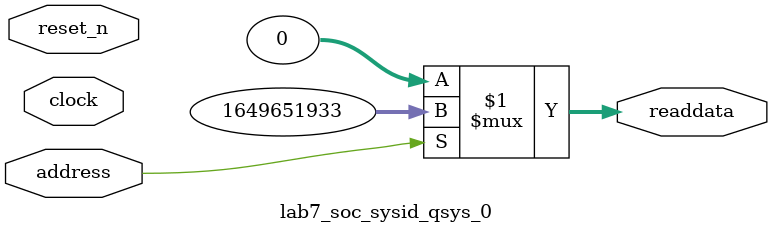
<source format=v>



// synthesis translate_off
`timescale 1ns / 1ps
// synthesis translate_on

// turn off superfluous verilog processor warnings 
// altera message_level Level1 
// altera message_off 10034 10035 10036 10037 10230 10240 10030 

module lab7_soc_sysid_qsys_0 (
               // inputs:
                address,
                clock,
                reset_n,

               // outputs:
                readdata
             )
;

  output  [ 31: 0] readdata;
  input            address;
  input            clock;
  input            reset_n;

  wire    [ 31: 0] readdata;
  //control_slave, which is an e_avalon_slave
  assign readdata = address ? 1649651933 : 0;

endmodule



</source>
